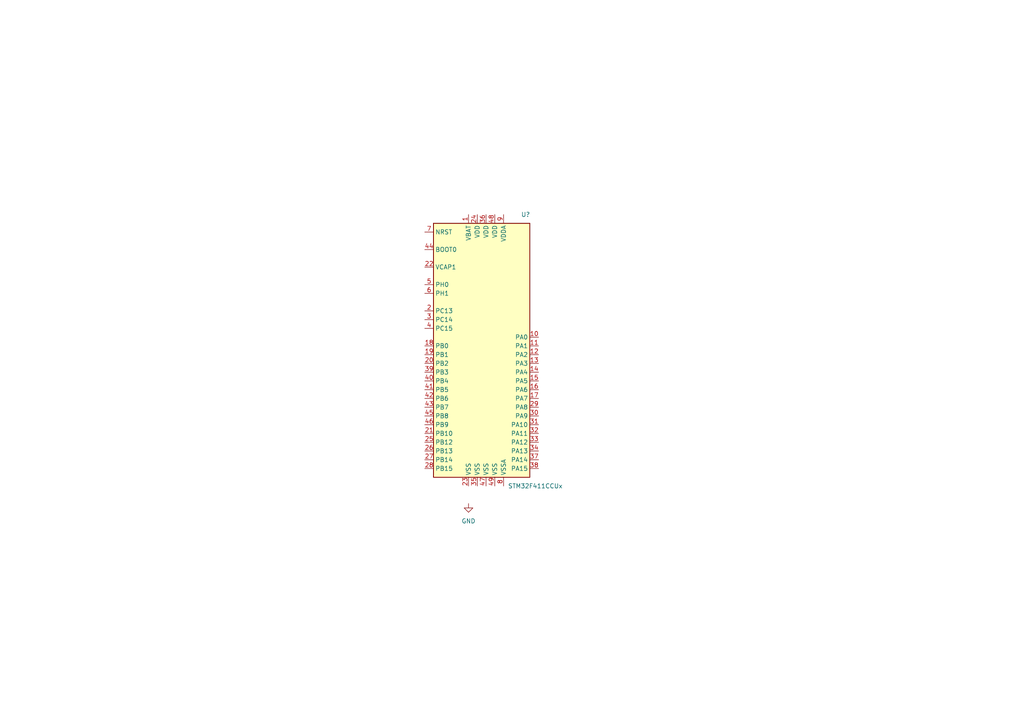
<source format=kicad_sch>
(kicad_sch (version 20211123) (generator eeschema)
  (paper "A4")
  (lib_symbols
    (symbol "MCU_ST_STM32F4:STM32F411CCUx"
      (property "Reference" "U" (at -15.24 36.83 0))
      (property "Value" "STM32F411CCUx" (at 7.62 36.83 0))
      (symbol "STM32F411CCUx_0_1"
        (rectangle (start -15.24 -38.1) (end 12.7 35.56) (stroke (width 0.254)) (fill (type background)))
      )
      (symbol "STM32F411CCUx_1_1"
        (pin power_in line (at -5.08 38.1 270) (length 2.54) (name "VBAT") (number "1"))
        (pin bidirectional line (at 15.24 2.54 180) (length 2.54) (name "PA0") (number "10"))
        (pin bidirectional line (at 15.24 0 180) (length 2.54) (name "PA1") (number "11"))
        (pin bidirectional line (at 15.24 -2.54 180) (length 2.54) (name "PA2") (number "12"))
        (pin bidirectional line (at 15.24 -5.08 180) (length 2.54) (name "PA3") (number "13"))
        (pin bidirectional line (at 15.24 -7.62 180) (length 2.54) (name "PA4") (number "14"))
        (pin bidirectional line (at 15.24 -10.16 180) (length 2.54) (name "PA5") (number "15"))
        (pin bidirectional line (at 15.24 -12.7 180) (length 2.54) (name "PA6") (number "16"))
        (pin bidirectional line (at 15.24 -15.24 180) (length 2.54) (name "PA7") (number "17"))
        (pin bidirectional line (at -17.78 0 0) (length 2.54) (name "PB0") (number "18"))
        (pin bidirectional line (at -17.78 -2.54 0) (length 2.54) (name "PB1") (number "19"))
        (pin bidirectional line (at -17.78 10.16 0) (length 2.54) (name "PC13") (number "2"))
        (pin bidirectional line (at -17.78 -5.08 0) (length 2.54) (name "PB2") (number "20"))
        (pin bidirectional line (at -17.78 -25.4 0) (length 2.54) (name "PB10") (number "21"))
        (pin power_in line (at -17.78 22.86 0) (length 2.54) (name "VCAP1") (number "22"))
        (pin power_in line (at -5.08 -40.64 90) (length 2.54) (name "VSS") (number "23"))
        (pin power_in line (at -2.54 38.1 270) (length 2.54) (name "VDD") (number "24"))
        (pin bidirectional line (at -17.78 -27.94 0) (length 2.54) (name "PB12") (number "25"))
        (pin bidirectional line (at -17.78 -30.48 0) (length 2.54) (name "PB13") (number "26"))
        (pin bidirectional line (at -17.78 -33.02 0) (length 2.54) (name "PB14") (number "27"))
        (pin bidirectional line (at -17.78 -35.56 0) (length 2.54) (name "PB15") (number "28"))
        (pin bidirectional line (at 15.24 -17.78 180) (length 2.54) (name "PA8") (number "29"))
        (pin bidirectional line (at -17.78 7.62 0) (length 2.54) (name "PC14") (number "3"))
        (pin bidirectional line (at 15.24 -20.32 180) (length 2.54) (name "PA9") (number "30"))
        (pin bidirectional line (at 15.24 -22.86 180) (length 2.54) (name "PA10") (number "31"))
        (pin bidirectional line (at 15.24 -25.4 180) (length 2.54) (name "PA11") (number "32"))
        (pin bidirectional line (at 15.24 -27.94 180) (length 2.54) (name "PA12") (number "33"))
        (pin bidirectional line (at 15.24 -30.48 180) (length 2.54) (name "PA13") (number "34"))
        (pin power_in line (at -2.54 -40.64 90) (length 2.54) (name "VSS") (number "35"))
        (pin power_in line (at 0 38.1 270) (length 2.54) (name "VDD") (number "36"))
        (pin bidirectional line (at 15.24 -33.02 180) (length 2.54) (name "PA14") (number "37"))
        (pin bidirectional line (at 15.24 -35.56 180) (length 2.54) (name "PA15") (number "38"))
        (pin bidirectional line (at -17.78 -7.62 0) (length 2.54) (name "PB3") (number "39"))
        (pin bidirectional line (at -17.78 5.08 0) (length 2.54) (name "PC15") (number "4"))
        (pin bidirectional line (at -17.78 -10.16 0) (length 2.54) (name "PB4") (number "40"))
        (pin bidirectional line (at -17.78 -12.7 0) (length 2.54) (name "PB5") (number "41"))
        (pin bidirectional line (at -17.78 -15.24 0) (length 2.54) (name "PB6") (number "42"))
        (pin bidirectional line (at -17.78 -17.78 0) (length 2.54) (name "PB7") (number "43"))
        (pin input line (at -17.78 27.94 0) (length 2.54) (name "BOOT0") (number "44"))
        (pin bidirectional line (at -17.78 -20.32 0) (length 2.54) (name "PB8") (number "45"))
        (pin bidirectional line (at -17.78 -22.86 0) (length 2.54) (name "PB9") (number "46"))
        (pin power_in line (at 0 -40.64 90) (length 2.54) (name "VSS") (number "47"))
        (pin power_in line (at 2.54 38.1 270) (length 2.54) (name "VDD") (number "48"))
        (pin power_in line (at 2.54 -40.64 90) (length 2.54) (name "VSS") (number "49"))
        (pin input line (at -17.78 17.78 0) (length 2.54) (name "PH0") (number "5"))
        (pin input line (at -17.78 15.24 0) (length 2.54) (name "PH1") (number "6"))
        (pin input line (at -17.78 33.02 0) (length 2.54) (name "NRST") (number "7"))
        (pin power_in line (at 5.08 -40.64 90) (length 2.54) (name "VSSA") (number "8"))
        (pin power_in line (at 5.08 38.1 270) (length 2.54) (name "VDDA") (number "9"))
      )
    )
    (symbol "power:GND" (power) (pin_names (offset 0))
      (property "Value" "GND" (at 0 -3.81 0))
      (symbol "GND_0_1"
        (polyline (pts (xy 0 0) (xy 0 -1.27) (xy 1.27 -1.27) (xy 0 -2.54) (xy -1.27 -1.27) (xy 0 -1.27)))
      )
      (symbol "GND_1_1"
        (pin power_in line (at 0 0 270) (length 0) hide (name "GND") (number "1"))
      )
    )
  )
  (symbol (lib_id "power:GND") (at 135.89 146.05 0) (unit 1)
    (property "Reference" "#PWR?" (effects hide))
    (property "Value" "GND" (at 135.89 151.13 0))
  )
  (symbol (lib_id "MCU_ST_STM32F4:STM32F411CCUx") (at 140.97 100.33 0) (unit 1)
    (property "Reference" "U?" (at 151.13 62.23 0) (effects (justify left)))
    (property "Value" "STM32F411CCUx" (at 147.32 140.97 0) (effects (justify left)))
    (property "Footprint" "Package_DFN_QFN:QFN-48-1EP_7x7mm_P0.5mm_EP5.6x5.6mm" (effects hide))
    (property "Datasheet" "http://www.st.com/st-web-ui/static/active/en/resource/technical/document/datasheet/DM00115249.pdf" (effects hide))
  )
)
</source>
